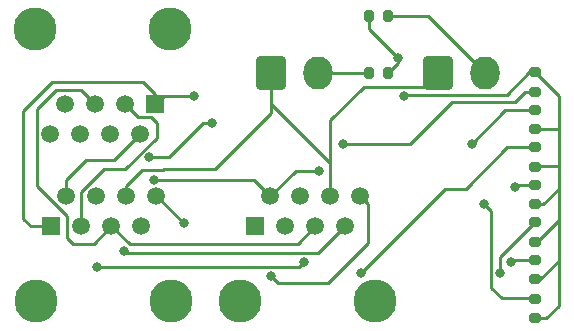
<source format=gbr>
%TF.GenerationSoftware,KiCad,Pcbnew,(7.0.0-0)*%
%TF.CreationDate,2023-02-23T13:52:58+03:00*%
%TF.ProjectId,KSS,4b53532e-6b69-4636-9164-5f7063625858,rev?*%
%TF.SameCoordinates,Original*%
%TF.FileFunction,Copper,L1,Top*%
%TF.FilePolarity,Positive*%
%FSLAX46Y46*%
G04 Gerber Fmt 4.6, Leading zero omitted, Abs format (unit mm)*
G04 Created by KiCad (PCBNEW (7.0.0-0)) date 2023-02-23 13:52:58*
%MOMM*%
%LPD*%
G01*
G04 APERTURE LIST*
G04 Aperture macros list*
%AMRoundRect*
0 Rectangle with rounded corners*
0 $1 Rounding radius*
0 $2 $3 $4 $5 $6 $7 $8 $9 X,Y pos of 4 corners*
0 Add a 4 corners polygon primitive as box body*
4,1,4,$2,$3,$4,$5,$6,$7,$8,$9,$2,$3,0*
0 Add four circle primitives for the rounded corners*
1,1,$1+$1,$2,$3*
1,1,$1+$1,$4,$5*
1,1,$1+$1,$6,$7*
1,1,$1+$1,$8,$9*
0 Add four rect primitives between the rounded corners*
20,1,$1+$1,$2,$3,$4,$5,0*
20,1,$1+$1,$4,$5,$6,$7,0*
20,1,$1+$1,$6,$7,$8,$9,0*
20,1,$1+$1,$8,$9,$2,$3,0*%
G04 Aperture macros list end*
%TA.AperFunction,WasherPad*%
%ADD10C,3.650000*%
%TD*%
%TA.AperFunction,ComponentPad*%
%ADD11R,1.500000X1.500000*%
%TD*%
%TA.AperFunction,ComponentPad*%
%ADD12C,1.500000*%
%TD*%
%TA.AperFunction,SMDPad,CuDef*%
%ADD13RoundRect,0.200000X-0.200000X-0.275000X0.200000X-0.275000X0.200000X0.275000X-0.200000X0.275000X0*%
%TD*%
%TA.AperFunction,SMDPad,CuDef*%
%ADD14RoundRect,0.200000X-0.275000X0.200000X-0.275000X-0.200000X0.275000X-0.200000X0.275000X0.200000X0*%
%TD*%
%TA.AperFunction,SMDPad,CuDef*%
%ADD15RoundRect,0.200000X0.275000X-0.200000X0.275000X0.200000X-0.275000X0.200000X-0.275000X-0.200000X0*%
%TD*%
%TA.AperFunction,ComponentPad*%
%ADD16RoundRect,0.250000X-0.980000X-1.150000X0.980000X-1.150000X0.980000X1.150000X-0.980000X1.150000X0*%
%TD*%
%TA.AperFunction,ComponentPad*%
%ADD17O,2.460000X2.800000*%
%TD*%
%TA.AperFunction,SMDPad,CuDef*%
%ADD18RoundRect,0.200000X0.200000X0.275000X-0.200000X0.275000X-0.200000X-0.275000X0.200000X-0.275000X0*%
%TD*%
%TA.AperFunction,ViaPad*%
%ADD19C,0.800000*%
%TD*%
%TA.AperFunction,Conductor*%
%ADD20C,0.250000*%
%TD*%
G04 APERTURE END LIST*
D10*
%TO.P,J3,*%
%TO.N,*%
X127244500Y-102100000D03*
X138674500Y-102100000D03*
D11*
%TO.P,J3,1*%
%TO.N,Net-(J1-Pad1)*%
X128514499Y-95749999D03*
D12*
%TO.P,J3,2*%
%TO.N,Net-(J1-Pad2)*%
X129784500Y-93210000D03*
%TO.P,J3,3*%
%TO.N,Net-(J1-Pad3)*%
X131054500Y-95750000D03*
%TO.P,J3,4*%
%TO.N,Net-(J1-Pad4)*%
X132324500Y-93210000D03*
%TO.P,J3,5*%
%TO.N,Net-(J1-Pad5)*%
X133594500Y-95750000D03*
%TO.P,J3,6*%
%TO.N,GNDREF*%
X134864500Y-93210000D03*
%TO.P,J3,7*%
%TO.N,Net-(J1-Pad7)*%
X136134500Y-95750000D03*
%TO.P,J3,8*%
%TO.N,Net-(J1-Pad8)*%
X137404500Y-93210000D03*
%TD*%
D13*
%TO.P,I1,1*%
%TO.N,Net-(I1-Pad1)*%
X138113000Y-82804000D03*
%TO.P,I1,2*%
%TO.N,Net-(I2-Pad2)*%
X139763000Y-82804000D03*
%TD*%
D14*
%TO.P,4,1*%
%TO.N,Net-(J1-Pad1)*%
X152146000Y-89091000D03*
%TO.P,4,2*%
%TO.N,Net-(I2-Pad2)*%
X152146000Y-90741000D03*
%TD*%
%TO.P,6,1*%
%TO.N,Net-(J1-Pad3)*%
X152146000Y-95441000D03*
%TO.P,6,2*%
%TO.N,Net-(I2-Pad2)*%
X152146000Y-97091000D03*
%TD*%
D15*
%TO.P,1,1*%
%TO.N,Net-(J1-Pad4)*%
X152145994Y-84391000D03*
%TO.P,1,2*%
%TO.N,Net-(I2-Pad2)*%
X152145994Y-82741000D03*
%TD*%
D16*
%TO.P,XA1,1,1*%
%TO.N,GNDREF*%
X129820600Y-82779400D03*
D17*
%TO.P,XA1,2,2*%
%TO.N,Net-(I1-Pad1)*%
X133780599Y-82779399D03*
%TD*%
D14*
%TO.P,5,1*%
%TO.N,Net-(J1-Pad5)*%
X152146000Y-92266000D03*
%TO.P,5,2*%
%TO.N,Net-(I2-Pad2)*%
X152146000Y-93916000D03*
%TD*%
D10*
%TO.P,J1,*%
%TO.N,*%
X109972500Y-102100000D03*
X121402500Y-102100000D03*
D11*
%TO.P,J1,1*%
%TO.N,Net-(J1-Pad1)*%
X111242499Y-95749999D03*
D12*
%TO.P,J1,2*%
%TO.N,Net-(J1-Pad2)*%
X112512500Y-93210000D03*
%TO.P,J1,3*%
%TO.N,Net-(J1-Pad3)*%
X113782500Y-95750000D03*
%TO.P,J1,4*%
%TO.N,Net-(J1-Pad4)*%
X115052500Y-93210000D03*
%TO.P,J1,5*%
%TO.N,Net-(J1-Pad5)*%
X116322500Y-95750000D03*
%TO.P,J1,6*%
%TO.N,GNDREF*%
X117592500Y-93210000D03*
%TO.P,J1,7*%
%TO.N,Net-(J1-Pad7)*%
X118862500Y-95750000D03*
%TO.P,J1,8*%
%TO.N,Net-(J1-Pad8)*%
X120132500Y-93210000D03*
%TD*%
D10*
%TO.P,J2,*%
%TO.N,*%
X121294500Y-79088600D03*
X109864500Y-79088600D03*
D11*
%TO.P,J2,1*%
%TO.N,Net-(J1-Pad1)*%
X120024499Y-85438599D03*
D12*
%TO.P,J2,2*%
%TO.N,Net-(J1-Pad2)*%
X118754500Y-87978600D03*
%TO.P,J2,3*%
%TO.N,Net-(J1-Pad3)*%
X117484500Y-85438600D03*
%TO.P,J2,4*%
%TO.N,Net-(J1-Pad4)*%
X116214500Y-87978600D03*
%TO.P,J2,5*%
%TO.N,Net-(J1-Pad5)*%
X114944500Y-85438600D03*
%TO.P,J2,6*%
%TO.N,GNDREF*%
X113674500Y-87978600D03*
%TO.P,J2,7*%
%TO.N,Net-(J1-Pad7)*%
X112404500Y-85438600D03*
%TO.P,J2,8*%
%TO.N,Net-(J1-Pad8)*%
X111134500Y-87978600D03*
%TD*%
D16*
%TO.P,XA2,1,1*%
%TO.N,GNDREF*%
X143967200Y-82754000D03*
D17*
%TO.P,XA2,2,2*%
%TO.N,Net-(I2-Pad1)*%
X147927199Y-82753999D03*
%TD*%
D14*
%TO.P,3,1*%
%TO.N,Net-(J1-Pad2)*%
X152146000Y-85916000D03*
%TO.P,3,2*%
%TO.N,Net-(I2-Pad2)*%
X152146000Y-87566000D03*
%TD*%
%TO.P,7,1*%
%TO.N,Net-(J1-Pad7)*%
X152146000Y-98616000D03*
%TO.P,7,2*%
%TO.N,Net-(I2-Pad2)*%
X152146000Y-100266000D03*
%TD*%
D18*
%TO.P,I2,1*%
%TO.N,Net-(I2-Pad1)*%
X139763000Y-77978000D03*
%TO.P,I2,2*%
%TO.N,Net-(I2-Pad2)*%
X138113000Y-77978000D03*
%TD*%
D14*
%TO.P,8,1*%
%TO.N,Net-(J1-Pad8)*%
X152146000Y-101918000D03*
%TO.P,8,2*%
%TO.N,Net-(I2-Pad2)*%
X152146000Y-103568000D03*
%TD*%
D19*
%TO.N,Net-(J1-Pad1)*%
X123279500Y-84709000D03*
X137414000Y-99695000D03*
%TO.N,Net-(J1-Pad2)*%
X146812000Y-88773000D03*
X133858000Y-91059000D03*
X119888000Y-91821000D03*
%TO.N,Net-(J1-Pad3)*%
X149225000Y-99695000D03*
X115062000Y-99187000D03*
X132588000Y-98768500D03*
%TO.N,Net-(J1-Pad4)*%
X124841000Y-86995000D03*
X119511299Y-89920299D03*
X135890000Y-88773000D03*
%TO.N,Net-(J1-Pad5)*%
X150495000Y-92456000D03*
%TO.N,Net-(J1-Pad7)*%
X150114000Y-98806000D03*
X117406451Y-97858549D03*
%TO.N,Net-(J1-Pad8)*%
X147828000Y-93853000D03*
X122428000Y-95504000D03*
X129794000Y-99949000D03*
%TO.N,Net-(I2-Pad2)*%
X141097000Y-84709000D03*
X140589000Y-81534000D03*
%TD*%
D20*
%TO.N,Net-(J1-Pad1)*%
X123279500Y-84709000D02*
X120754100Y-84709000D01*
X149796000Y-89091000D02*
X152146000Y-89091000D01*
X118999000Y-83566000D02*
X111252000Y-83566000D01*
X146304000Y-92583000D02*
X149796000Y-89091000D01*
X144526000Y-92583000D02*
X146304000Y-92583000D01*
X108839000Y-95123000D02*
X109474000Y-95758000D01*
X108839000Y-85979000D02*
X108839000Y-95123000D01*
X111252000Y-83566000D02*
X108839000Y-85979000D01*
X120024500Y-85438600D02*
X120024500Y-84591500D01*
X137414000Y-99695000D02*
X144526000Y-92583000D01*
X109474000Y-95758000D02*
X109482000Y-95750000D01*
X120754100Y-84709000D02*
X120024500Y-85438600D01*
X109482000Y-95750000D02*
X111242500Y-95750000D01*
X120024500Y-84591500D02*
X118999000Y-83566000D01*
%TO.N,Net-(J1-Pad2)*%
X112512500Y-91830500D02*
X114173000Y-90170000D01*
X128395500Y-91821000D02*
X119888000Y-91821000D01*
X133858000Y-91059000D02*
X131935500Y-91059000D01*
X149669000Y-85916000D02*
X146812000Y-88773000D01*
X116563100Y-90170000D02*
X118754500Y-87978600D01*
X112512500Y-93210000D02*
X112512500Y-91830500D01*
X152146000Y-85916000D02*
X149669000Y-85916000D01*
X114173000Y-90170000D02*
X116563100Y-90170000D01*
X129784500Y-93210000D02*
X128395500Y-91821000D01*
X131935500Y-91059000D02*
X129784500Y-93210000D01*
%TO.N,Net-(J1-Pad3)*%
X120142000Y-86995000D02*
X119660111Y-86513111D01*
X119660111Y-86513111D02*
X118559011Y-86513111D01*
X113782500Y-95750000D02*
X113782500Y-92846500D01*
X117475000Y-90932000D02*
X120142000Y-88265000D01*
X152146000Y-95441000D02*
X149225000Y-98362000D01*
X132169500Y-99187000D02*
X115062000Y-99187000D01*
X113782500Y-92846500D02*
X115697000Y-90932000D01*
X118559011Y-86513111D02*
X117484500Y-85438600D01*
X115697000Y-90932000D02*
X117475000Y-90932000D01*
X149225000Y-98362000D02*
X149225000Y-99695000D01*
X120142000Y-88265000D02*
X120142000Y-86995000D01*
X132588000Y-98768500D02*
X132169500Y-99187000D01*
%TO.N,Net-(J1-Pad4)*%
X124079000Y-86995000D02*
X124841000Y-86995000D01*
X121153701Y-89920299D02*
X124079000Y-86995000D01*
X145161000Y-85217000D02*
X150495000Y-85217000D01*
X135890000Y-88773000D02*
X141605000Y-88773000D01*
X119511299Y-89920299D02*
X121153701Y-89920299D01*
X150495000Y-85217000D02*
X151321000Y-84391000D01*
X141605000Y-88773000D02*
X145161000Y-85217000D01*
X151321000Y-84391000D02*
X152145994Y-84391000D01*
%TO.N,Net-(J1-Pad5)*%
X150685000Y-92266000D02*
X150495000Y-92456000D01*
X114808000Y-97282000D02*
X113030000Y-97282000D01*
X112522000Y-94880478D02*
X109982000Y-92340478D01*
X117854500Y-97282000D02*
X132080000Y-97282000D01*
X112522000Y-96774000D02*
X112522000Y-94880478D01*
X111633000Y-84201000D02*
X113706900Y-84201000D01*
X113706900Y-84201000D02*
X114944500Y-85438600D01*
X109982000Y-85852000D02*
X111633000Y-84201000D01*
X116322500Y-95750000D02*
X117854500Y-97282000D01*
X116322500Y-95750000D02*
X116322500Y-95767500D01*
X152146000Y-92266000D02*
X150685000Y-92266000D01*
X133594500Y-95767500D02*
X133594500Y-95750000D01*
X109982000Y-92340478D02*
X109982000Y-85852000D01*
X116322500Y-95767500D02*
X114808000Y-97282000D01*
X113030000Y-97282000D02*
X112522000Y-96774000D01*
X132080000Y-97282000D02*
X133594500Y-95767500D01*
%TO.N,GNDREF*%
X118909489Y-91021511D02*
X117592500Y-92338500D01*
X143967200Y-82754000D02*
X142774200Y-83947000D01*
X120688207Y-91021511D02*
X118909489Y-91021511D01*
X134864500Y-90433500D02*
X134864500Y-93210000D01*
X129820600Y-86190425D02*
X125079025Y-90932000D01*
X137668000Y-83947000D02*
X134864500Y-86750500D01*
X129820600Y-85389600D02*
X129820600Y-86190425D01*
X120777718Y-90932000D02*
X120688207Y-91021511D01*
X129820600Y-85389600D02*
X134864500Y-90433500D01*
X125079025Y-90932000D02*
X120777718Y-90932000D01*
X142774200Y-83947000D02*
X137668000Y-83947000D01*
X117592500Y-92338500D02*
X117592500Y-93210000D01*
X134864500Y-86750500D02*
X134864500Y-90433500D01*
X129820600Y-82779400D02*
X129820600Y-85389600D01*
%TO.N,Net-(J1-Pad7)*%
X152146000Y-98616000D02*
X150304000Y-98616000D01*
X133840500Y-98044000D02*
X136134500Y-95750000D01*
X117591902Y-98044000D02*
X133840500Y-98044000D01*
X150304000Y-98616000D02*
X150114000Y-98806000D01*
X117406451Y-97858549D02*
X117591902Y-98044000D01*
%TO.N,Net-(J1-Pad8)*%
X129794000Y-99949000D02*
X130429000Y-100584000D01*
X122426500Y-95504000D02*
X120132500Y-93210000D01*
X134620000Y-100584000D02*
X138049000Y-97155000D01*
X147828000Y-93853000D02*
X148463000Y-94488000D01*
X122428000Y-95504000D02*
X122426500Y-95504000D01*
X130429000Y-100584000D02*
X134620000Y-100584000D01*
X149352000Y-101854000D02*
X152082000Y-101854000D01*
X148463000Y-94488000D02*
X148463000Y-100965000D01*
X138049000Y-93854500D02*
X137404500Y-93210000D01*
X152082000Y-101854000D02*
X152146000Y-101918000D01*
X138049000Y-97155000D02*
X138049000Y-93854500D01*
X148463000Y-100965000D02*
X149352000Y-101854000D01*
%TO.N,Net-(I1-Pad1)*%
X138088400Y-82779400D02*
X133780600Y-82779400D01*
X138113000Y-82804000D02*
X138088400Y-82779400D01*
%TO.N,Net-(I2-Pad1)*%
X139763000Y-77978000D02*
X143151200Y-77978000D01*
X143151200Y-77978000D02*
X147927200Y-82754000D01*
%TO.N,Net-(I2-Pad2)*%
X140589000Y-81978000D02*
X139763000Y-82804000D01*
X140589000Y-81534000D02*
X140589000Y-81978000D01*
X152146000Y-87566000D02*
X154114000Y-87566000D01*
X154178000Y-95250000D02*
X154178000Y-92583000D01*
X141134500Y-84671500D02*
X149770500Y-84671500D01*
X138113000Y-79058000D02*
X138113000Y-77978000D01*
X152845000Y-93916000D02*
X154178000Y-92583000D01*
X152337000Y-97091000D02*
X154178000Y-95250000D01*
X152146000Y-93916000D02*
X152845000Y-93916000D01*
X154178000Y-102489000D02*
X154178000Y-98679000D01*
X153099000Y-103568000D02*
X154178000Y-102489000D01*
X152146000Y-97091000D02*
X152337000Y-97091000D01*
X154178000Y-87630000D02*
X154178000Y-84773006D01*
X140589000Y-81534000D02*
X138113000Y-79058000D01*
X149770500Y-84671500D02*
X151701000Y-82741000D01*
X154178000Y-98679000D02*
X154178000Y-95250000D01*
X154178000Y-84773006D02*
X152145994Y-82741000D01*
X141097000Y-84709000D02*
X141134500Y-84671500D01*
X154114000Y-87566000D02*
X154178000Y-87630000D01*
X154178000Y-91186000D02*
X154178000Y-87630000D01*
X152209000Y-90678000D02*
X154178000Y-90678000D01*
X151701000Y-82741000D02*
X152145994Y-82741000D01*
X152146000Y-90741000D02*
X152209000Y-90678000D01*
X152591000Y-100266000D02*
X154178000Y-98679000D01*
X152146000Y-103568000D02*
X153099000Y-103568000D01*
X152146000Y-100266000D02*
X152591000Y-100266000D01*
X154178000Y-92583000D02*
X154178000Y-91186000D01*
%TD*%
M02*

</source>
